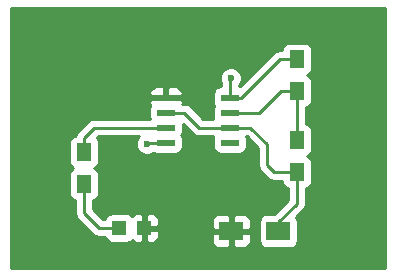
<source format=gtl>
G04 #@! TF.FileFunction,Copper,L1,Top,Signal*
%FSLAX46Y46*%
G04 Gerber Fmt 4.6, Leading zero omitted, Abs format (unit mm)*
G04 Created by KiCad (PCBNEW 4.0.2-stable) date 2016 July 20, Wednesday 22:41:42*
%MOMM*%
G01*
G04 APERTURE LIST*
%ADD10C,0.100000*%
%ADD11R,2.000000X1.600000*%
%ADD12R,1.198880X1.198880*%
%ADD13R,1.300000X1.500000*%
%ADD14R,1.550000X0.600000*%
%ADD15C,0.600000*%
%ADD16C,0.250000*%
%ADD17C,0.254000*%
G04 APERTURE END LIST*
D10*
D11*
X153892000Y-112522000D03*
X149892000Y-112522000D03*
D12*
X140428980Y-112268000D03*
X142527020Y-112268000D03*
D13*
X155448000Y-97964000D03*
X155448000Y-100664000D03*
X155448000Y-104822000D03*
X155448000Y-107522000D03*
X137414000Y-105838000D03*
X137414000Y-108538000D03*
D14*
X144366000Y-101219000D03*
X144366000Y-102489000D03*
X144366000Y-103759000D03*
X144366000Y-105029000D03*
X149766000Y-105029000D03*
X149766000Y-103759000D03*
X149766000Y-102489000D03*
X149766000Y-101219000D03*
D15*
X147066000Y-109220000D03*
X142748000Y-105156000D03*
X149860000Y-99568000D03*
D16*
X142875000Y-105029000D02*
X142748000Y-105156000D01*
X144366000Y-105029000D02*
X142875000Y-105029000D01*
X149766000Y-99662000D02*
X149860000Y-99568000D01*
X149766000Y-101219000D02*
X149766000Y-99662000D01*
X149766000Y-101219000D02*
X150749000Y-101219000D01*
X154004000Y-97964000D02*
X155448000Y-97964000D01*
X150749000Y-101219000D02*
X154004000Y-97964000D01*
X149766000Y-103759000D02*
X151511000Y-103759000D01*
X153496000Y-107522000D02*
X155448000Y-107522000D01*
X152908000Y-106934000D02*
X153496000Y-107522000D01*
X152908000Y-105156000D02*
X152908000Y-106934000D01*
X151511000Y-103759000D02*
X152908000Y-105156000D01*
X155448000Y-107522000D02*
X155448000Y-110236000D01*
X155448000Y-110236000D02*
X153892000Y-111792000D01*
X153892000Y-111792000D02*
X153892000Y-112522000D01*
X147193000Y-103759000D02*
X149766000Y-103759000D01*
X145923000Y-102489000D02*
X147193000Y-103759000D01*
X144366000Y-102489000D02*
X145923000Y-102489000D01*
X137414000Y-108538000D02*
X137414000Y-110998000D01*
X138684000Y-112268000D02*
X140428980Y-112268000D01*
X137414000Y-110998000D02*
X138684000Y-112268000D01*
X155448000Y-100664000D02*
X155448000Y-104822000D01*
X149766000Y-102489000D02*
X152273000Y-102489000D01*
X154098000Y-100664000D02*
X155448000Y-100664000D01*
X152273000Y-102489000D02*
X154098000Y-100664000D01*
X137414000Y-105838000D02*
X137414000Y-104648000D01*
X138303000Y-103759000D02*
X144366000Y-103759000D01*
X137414000Y-104648000D02*
X138303000Y-103759000D01*
D17*
G36*
X162891000Y-115647000D02*
X131241000Y-115647000D01*
X131241000Y-105088000D01*
X136116560Y-105088000D01*
X136116560Y-106588000D01*
X136160838Y-106823317D01*
X136299910Y-107039441D01*
X136512110Y-107184431D01*
X136525197Y-107187081D01*
X136312559Y-107323910D01*
X136167569Y-107536110D01*
X136116560Y-107788000D01*
X136116560Y-109288000D01*
X136160838Y-109523317D01*
X136299910Y-109739441D01*
X136512110Y-109884431D01*
X136654000Y-109913164D01*
X136654000Y-110998000D01*
X136711852Y-111288839D01*
X136876599Y-111535401D01*
X138146599Y-112805401D01*
X138393160Y-112970148D01*
X138684000Y-113028000D01*
X139212311Y-113028000D01*
X139226378Y-113102757D01*
X139365450Y-113318881D01*
X139577650Y-113463871D01*
X139829540Y-113514880D01*
X141028420Y-113514880D01*
X141263737Y-113470602D01*
X141479861Y-113331530D01*
X141485456Y-113323341D01*
X141567882Y-113405767D01*
X141801271Y-113502440D01*
X142241270Y-113502440D01*
X142400020Y-113343690D01*
X142400020Y-112395000D01*
X142654020Y-112395000D01*
X142654020Y-113343690D01*
X142812770Y-113502440D01*
X143252769Y-113502440D01*
X143486158Y-113405767D01*
X143664787Y-113227139D01*
X143761460Y-112993750D01*
X143761460Y-112807750D01*
X148257000Y-112807750D01*
X148257000Y-113448310D01*
X148353673Y-113681699D01*
X148532302Y-113860327D01*
X148765691Y-113957000D01*
X149606250Y-113957000D01*
X149765000Y-113798250D01*
X149765000Y-112649000D01*
X150019000Y-112649000D01*
X150019000Y-113798250D01*
X150177750Y-113957000D01*
X151018309Y-113957000D01*
X151251698Y-113860327D01*
X151430327Y-113681699D01*
X151527000Y-113448310D01*
X151527000Y-112807750D01*
X151368250Y-112649000D01*
X150019000Y-112649000D01*
X149765000Y-112649000D01*
X148415750Y-112649000D01*
X148257000Y-112807750D01*
X143761460Y-112807750D01*
X143761460Y-112553750D01*
X143602710Y-112395000D01*
X142654020Y-112395000D01*
X142400020Y-112395000D01*
X142380020Y-112395000D01*
X142380020Y-112141000D01*
X142400020Y-112141000D01*
X142400020Y-111192310D01*
X142654020Y-111192310D01*
X142654020Y-112141000D01*
X143602710Y-112141000D01*
X143761460Y-111982250D01*
X143761460Y-111595690D01*
X148257000Y-111595690D01*
X148257000Y-112236250D01*
X148415750Y-112395000D01*
X149765000Y-112395000D01*
X149765000Y-111245750D01*
X150019000Y-111245750D01*
X150019000Y-112395000D01*
X151368250Y-112395000D01*
X151527000Y-112236250D01*
X151527000Y-111595690D01*
X151430327Y-111362301D01*
X151251698Y-111183673D01*
X151018309Y-111087000D01*
X150177750Y-111087000D01*
X150019000Y-111245750D01*
X149765000Y-111245750D01*
X149606250Y-111087000D01*
X148765691Y-111087000D01*
X148532302Y-111183673D01*
X148353673Y-111362301D01*
X148257000Y-111595690D01*
X143761460Y-111595690D01*
X143761460Y-111542250D01*
X143664787Y-111308861D01*
X143486158Y-111130233D01*
X143252769Y-111033560D01*
X142812770Y-111033560D01*
X142654020Y-111192310D01*
X142400020Y-111192310D01*
X142241270Y-111033560D01*
X141801271Y-111033560D01*
X141567882Y-111130233D01*
X141485669Y-111212445D01*
X141280310Y-111072129D01*
X141028420Y-111021120D01*
X139829540Y-111021120D01*
X139594223Y-111065398D01*
X139378099Y-111204470D01*
X139233109Y-111416670D01*
X139214614Y-111508000D01*
X138998802Y-111508000D01*
X138174000Y-110683198D01*
X138174000Y-109914742D01*
X138299317Y-109891162D01*
X138515441Y-109752090D01*
X138660431Y-109539890D01*
X138711440Y-109288000D01*
X138711440Y-107788000D01*
X138667162Y-107552683D01*
X138528090Y-107336559D01*
X138315890Y-107191569D01*
X138302803Y-107188919D01*
X138515441Y-107052090D01*
X138660431Y-106839890D01*
X138711440Y-106588000D01*
X138711440Y-105088000D01*
X138667162Y-104852683D01*
X138528090Y-104636559D01*
X138511547Y-104625255D01*
X138617802Y-104519000D01*
X142062667Y-104519000D01*
X141955808Y-104625673D01*
X141813162Y-104969201D01*
X141812838Y-105341167D01*
X141954883Y-105684943D01*
X142217673Y-105948192D01*
X142561201Y-106090838D01*
X142933167Y-106091162D01*
X143276943Y-105949117D01*
X143316290Y-105909839D01*
X143339110Y-105925431D01*
X143591000Y-105976440D01*
X145141000Y-105976440D01*
X145376317Y-105932162D01*
X145592441Y-105793090D01*
X145737431Y-105580890D01*
X145788440Y-105329000D01*
X145788440Y-104729000D01*
X145744162Y-104493683D01*
X145680322Y-104394472D01*
X145737431Y-104310890D01*
X145788440Y-104059000D01*
X145788440Y-103459000D01*
X145781543Y-103422345D01*
X146655599Y-104296401D01*
X146902160Y-104461148D01*
X147193000Y-104519000D01*
X148386086Y-104519000D01*
X148343560Y-104729000D01*
X148343560Y-105329000D01*
X148387838Y-105564317D01*
X148526910Y-105780441D01*
X148739110Y-105925431D01*
X148991000Y-105976440D01*
X150541000Y-105976440D01*
X150776317Y-105932162D01*
X150992441Y-105793090D01*
X151137431Y-105580890D01*
X151188440Y-105329000D01*
X151188440Y-104729000D01*
X151148926Y-104519000D01*
X151196198Y-104519000D01*
X152148000Y-105470802D01*
X152148000Y-106934000D01*
X152205852Y-107224839D01*
X152370599Y-107471401D01*
X152958599Y-108059401D01*
X153205161Y-108224148D01*
X153496000Y-108282000D01*
X154152442Y-108282000D01*
X154194838Y-108507317D01*
X154333910Y-108723441D01*
X154546110Y-108868431D01*
X154688000Y-108897164D01*
X154688000Y-109921198D01*
X153534638Y-111074560D01*
X152892000Y-111074560D01*
X152656683Y-111118838D01*
X152440559Y-111257910D01*
X152295569Y-111470110D01*
X152244560Y-111722000D01*
X152244560Y-113322000D01*
X152288838Y-113557317D01*
X152427910Y-113773441D01*
X152640110Y-113918431D01*
X152892000Y-113969440D01*
X154892000Y-113969440D01*
X155127317Y-113925162D01*
X155343441Y-113786090D01*
X155488431Y-113573890D01*
X155539440Y-113322000D01*
X155539440Y-111722000D01*
X155495162Y-111486683D01*
X155407833Y-111350969D01*
X155985401Y-110773401D01*
X156150148Y-110526840D01*
X156208000Y-110236000D01*
X156208000Y-108898742D01*
X156333317Y-108875162D01*
X156549441Y-108736090D01*
X156694431Y-108523890D01*
X156745440Y-108272000D01*
X156745440Y-106772000D01*
X156701162Y-106536683D01*
X156562090Y-106320559D01*
X156349890Y-106175569D01*
X156336803Y-106172919D01*
X156549441Y-106036090D01*
X156694431Y-105823890D01*
X156745440Y-105572000D01*
X156745440Y-104072000D01*
X156701162Y-103836683D01*
X156562090Y-103620559D01*
X156349890Y-103475569D01*
X156208000Y-103446836D01*
X156208000Y-102040742D01*
X156333317Y-102017162D01*
X156549441Y-101878090D01*
X156694431Y-101665890D01*
X156745440Y-101414000D01*
X156745440Y-99914000D01*
X156701162Y-99678683D01*
X156562090Y-99462559D01*
X156349890Y-99317569D01*
X156336803Y-99314919D01*
X156549441Y-99178090D01*
X156694431Y-98965890D01*
X156745440Y-98714000D01*
X156745440Y-97214000D01*
X156701162Y-96978683D01*
X156562090Y-96762559D01*
X156349890Y-96617569D01*
X156098000Y-96566560D01*
X154798000Y-96566560D01*
X154562683Y-96610838D01*
X154346559Y-96749910D01*
X154201569Y-96962110D01*
X154152585Y-97204000D01*
X154004000Y-97204000D01*
X153713161Y-97261852D01*
X153466599Y-97426599D01*
X150608058Y-100285140D01*
X150541000Y-100271560D01*
X150526000Y-100271560D01*
X150526000Y-100224299D01*
X150652192Y-100098327D01*
X150794838Y-99754799D01*
X150795162Y-99382833D01*
X150653117Y-99039057D01*
X150390327Y-98775808D01*
X150046799Y-98633162D01*
X149674833Y-98632838D01*
X149331057Y-98774883D01*
X149067808Y-99037673D01*
X148925162Y-99381201D01*
X148924838Y-99753167D01*
X149006000Y-99949595D01*
X149006000Y-100271560D01*
X148991000Y-100271560D01*
X148755683Y-100315838D01*
X148539559Y-100454910D01*
X148394569Y-100667110D01*
X148343560Y-100919000D01*
X148343560Y-101519000D01*
X148387838Y-101754317D01*
X148451678Y-101853528D01*
X148394569Y-101937110D01*
X148343560Y-102189000D01*
X148343560Y-102789000D01*
X148383074Y-102999000D01*
X147507802Y-102999000D01*
X146460401Y-101951599D01*
X146213839Y-101786852D01*
X145923000Y-101729000D01*
X145741334Y-101729000D01*
X145776000Y-101645310D01*
X145776000Y-101504750D01*
X145617250Y-101346000D01*
X144493000Y-101346000D01*
X144493000Y-101366000D01*
X144239000Y-101366000D01*
X144239000Y-101346000D01*
X143114750Y-101346000D01*
X142956000Y-101504750D01*
X142956000Y-101645310D01*
X143045806Y-101862122D01*
X142994569Y-101937110D01*
X142943560Y-102189000D01*
X142943560Y-102789000D01*
X142983074Y-102999000D01*
X138303000Y-102999000D01*
X138012161Y-103056852D01*
X137765599Y-103221599D01*
X136876599Y-104110599D01*
X136711852Y-104357161D01*
X136692590Y-104453997D01*
X136528683Y-104484838D01*
X136312559Y-104623910D01*
X136167569Y-104836110D01*
X136116560Y-105088000D01*
X131241000Y-105088000D01*
X131241000Y-100792690D01*
X142956000Y-100792690D01*
X142956000Y-100933250D01*
X143114750Y-101092000D01*
X144239000Y-101092000D01*
X144239000Y-100442750D01*
X144493000Y-100442750D01*
X144493000Y-101092000D01*
X145617250Y-101092000D01*
X145776000Y-100933250D01*
X145776000Y-100792690D01*
X145679327Y-100559301D01*
X145500698Y-100380673D01*
X145267309Y-100284000D01*
X144651750Y-100284000D01*
X144493000Y-100442750D01*
X144239000Y-100442750D01*
X144080250Y-100284000D01*
X143464691Y-100284000D01*
X143231302Y-100380673D01*
X143052673Y-100559301D01*
X142956000Y-100792690D01*
X131241000Y-100792690D01*
X131241000Y-93649000D01*
X162891000Y-93649000D01*
X162891000Y-115647000D01*
X162891000Y-115647000D01*
G37*
X162891000Y-115647000D02*
X131241000Y-115647000D01*
X131241000Y-105088000D01*
X136116560Y-105088000D01*
X136116560Y-106588000D01*
X136160838Y-106823317D01*
X136299910Y-107039441D01*
X136512110Y-107184431D01*
X136525197Y-107187081D01*
X136312559Y-107323910D01*
X136167569Y-107536110D01*
X136116560Y-107788000D01*
X136116560Y-109288000D01*
X136160838Y-109523317D01*
X136299910Y-109739441D01*
X136512110Y-109884431D01*
X136654000Y-109913164D01*
X136654000Y-110998000D01*
X136711852Y-111288839D01*
X136876599Y-111535401D01*
X138146599Y-112805401D01*
X138393160Y-112970148D01*
X138684000Y-113028000D01*
X139212311Y-113028000D01*
X139226378Y-113102757D01*
X139365450Y-113318881D01*
X139577650Y-113463871D01*
X139829540Y-113514880D01*
X141028420Y-113514880D01*
X141263737Y-113470602D01*
X141479861Y-113331530D01*
X141485456Y-113323341D01*
X141567882Y-113405767D01*
X141801271Y-113502440D01*
X142241270Y-113502440D01*
X142400020Y-113343690D01*
X142400020Y-112395000D01*
X142654020Y-112395000D01*
X142654020Y-113343690D01*
X142812770Y-113502440D01*
X143252769Y-113502440D01*
X143486158Y-113405767D01*
X143664787Y-113227139D01*
X143761460Y-112993750D01*
X143761460Y-112807750D01*
X148257000Y-112807750D01*
X148257000Y-113448310D01*
X148353673Y-113681699D01*
X148532302Y-113860327D01*
X148765691Y-113957000D01*
X149606250Y-113957000D01*
X149765000Y-113798250D01*
X149765000Y-112649000D01*
X150019000Y-112649000D01*
X150019000Y-113798250D01*
X150177750Y-113957000D01*
X151018309Y-113957000D01*
X151251698Y-113860327D01*
X151430327Y-113681699D01*
X151527000Y-113448310D01*
X151527000Y-112807750D01*
X151368250Y-112649000D01*
X150019000Y-112649000D01*
X149765000Y-112649000D01*
X148415750Y-112649000D01*
X148257000Y-112807750D01*
X143761460Y-112807750D01*
X143761460Y-112553750D01*
X143602710Y-112395000D01*
X142654020Y-112395000D01*
X142400020Y-112395000D01*
X142380020Y-112395000D01*
X142380020Y-112141000D01*
X142400020Y-112141000D01*
X142400020Y-111192310D01*
X142654020Y-111192310D01*
X142654020Y-112141000D01*
X143602710Y-112141000D01*
X143761460Y-111982250D01*
X143761460Y-111595690D01*
X148257000Y-111595690D01*
X148257000Y-112236250D01*
X148415750Y-112395000D01*
X149765000Y-112395000D01*
X149765000Y-111245750D01*
X150019000Y-111245750D01*
X150019000Y-112395000D01*
X151368250Y-112395000D01*
X151527000Y-112236250D01*
X151527000Y-111595690D01*
X151430327Y-111362301D01*
X151251698Y-111183673D01*
X151018309Y-111087000D01*
X150177750Y-111087000D01*
X150019000Y-111245750D01*
X149765000Y-111245750D01*
X149606250Y-111087000D01*
X148765691Y-111087000D01*
X148532302Y-111183673D01*
X148353673Y-111362301D01*
X148257000Y-111595690D01*
X143761460Y-111595690D01*
X143761460Y-111542250D01*
X143664787Y-111308861D01*
X143486158Y-111130233D01*
X143252769Y-111033560D01*
X142812770Y-111033560D01*
X142654020Y-111192310D01*
X142400020Y-111192310D01*
X142241270Y-111033560D01*
X141801271Y-111033560D01*
X141567882Y-111130233D01*
X141485669Y-111212445D01*
X141280310Y-111072129D01*
X141028420Y-111021120D01*
X139829540Y-111021120D01*
X139594223Y-111065398D01*
X139378099Y-111204470D01*
X139233109Y-111416670D01*
X139214614Y-111508000D01*
X138998802Y-111508000D01*
X138174000Y-110683198D01*
X138174000Y-109914742D01*
X138299317Y-109891162D01*
X138515441Y-109752090D01*
X138660431Y-109539890D01*
X138711440Y-109288000D01*
X138711440Y-107788000D01*
X138667162Y-107552683D01*
X138528090Y-107336559D01*
X138315890Y-107191569D01*
X138302803Y-107188919D01*
X138515441Y-107052090D01*
X138660431Y-106839890D01*
X138711440Y-106588000D01*
X138711440Y-105088000D01*
X138667162Y-104852683D01*
X138528090Y-104636559D01*
X138511547Y-104625255D01*
X138617802Y-104519000D01*
X142062667Y-104519000D01*
X141955808Y-104625673D01*
X141813162Y-104969201D01*
X141812838Y-105341167D01*
X141954883Y-105684943D01*
X142217673Y-105948192D01*
X142561201Y-106090838D01*
X142933167Y-106091162D01*
X143276943Y-105949117D01*
X143316290Y-105909839D01*
X143339110Y-105925431D01*
X143591000Y-105976440D01*
X145141000Y-105976440D01*
X145376317Y-105932162D01*
X145592441Y-105793090D01*
X145737431Y-105580890D01*
X145788440Y-105329000D01*
X145788440Y-104729000D01*
X145744162Y-104493683D01*
X145680322Y-104394472D01*
X145737431Y-104310890D01*
X145788440Y-104059000D01*
X145788440Y-103459000D01*
X145781543Y-103422345D01*
X146655599Y-104296401D01*
X146902160Y-104461148D01*
X147193000Y-104519000D01*
X148386086Y-104519000D01*
X148343560Y-104729000D01*
X148343560Y-105329000D01*
X148387838Y-105564317D01*
X148526910Y-105780441D01*
X148739110Y-105925431D01*
X148991000Y-105976440D01*
X150541000Y-105976440D01*
X150776317Y-105932162D01*
X150992441Y-105793090D01*
X151137431Y-105580890D01*
X151188440Y-105329000D01*
X151188440Y-104729000D01*
X151148926Y-104519000D01*
X151196198Y-104519000D01*
X152148000Y-105470802D01*
X152148000Y-106934000D01*
X152205852Y-107224839D01*
X152370599Y-107471401D01*
X152958599Y-108059401D01*
X153205161Y-108224148D01*
X153496000Y-108282000D01*
X154152442Y-108282000D01*
X154194838Y-108507317D01*
X154333910Y-108723441D01*
X154546110Y-108868431D01*
X154688000Y-108897164D01*
X154688000Y-109921198D01*
X153534638Y-111074560D01*
X152892000Y-111074560D01*
X152656683Y-111118838D01*
X152440559Y-111257910D01*
X152295569Y-111470110D01*
X152244560Y-111722000D01*
X152244560Y-113322000D01*
X152288838Y-113557317D01*
X152427910Y-113773441D01*
X152640110Y-113918431D01*
X152892000Y-113969440D01*
X154892000Y-113969440D01*
X155127317Y-113925162D01*
X155343441Y-113786090D01*
X155488431Y-113573890D01*
X155539440Y-113322000D01*
X155539440Y-111722000D01*
X155495162Y-111486683D01*
X155407833Y-111350969D01*
X155985401Y-110773401D01*
X156150148Y-110526840D01*
X156208000Y-110236000D01*
X156208000Y-108898742D01*
X156333317Y-108875162D01*
X156549441Y-108736090D01*
X156694431Y-108523890D01*
X156745440Y-108272000D01*
X156745440Y-106772000D01*
X156701162Y-106536683D01*
X156562090Y-106320559D01*
X156349890Y-106175569D01*
X156336803Y-106172919D01*
X156549441Y-106036090D01*
X156694431Y-105823890D01*
X156745440Y-105572000D01*
X156745440Y-104072000D01*
X156701162Y-103836683D01*
X156562090Y-103620559D01*
X156349890Y-103475569D01*
X156208000Y-103446836D01*
X156208000Y-102040742D01*
X156333317Y-102017162D01*
X156549441Y-101878090D01*
X156694431Y-101665890D01*
X156745440Y-101414000D01*
X156745440Y-99914000D01*
X156701162Y-99678683D01*
X156562090Y-99462559D01*
X156349890Y-99317569D01*
X156336803Y-99314919D01*
X156549441Y-99178090D01*
X156694431Y-98965890D01*
X156745440Y-98714000D01*
X156745440Y-97214000D01*
X156701162Y-96978683D01*
X156562090Y-96762559D01*
X156349890Y-96617569D01*
X156098000Y-96566560D01*
X154798000Y-96566560D01*
X154562683Y-96610838D01*
X154346559Y-96749910D01*
X154201569Y-96962110D01*
X154152585Y-97204000D01*
X154004000Y-97204000D01*
X153713161Y-97261852D01*
X153466599Y-97426599D01*
X150608058Y-100285140D01*
X150541000Y-100271560D01*
X150526000Y-100271560D01*
X150526000Y-100224299D01*
X150652192Y-100098327D01*
X150794838Y-99754799D01*
X150795162Y-99382833D01*
X150653117Y-99039057D01*
X150390327Y-98775808D01*
X150046799Y-98633162D01*
X149674833Y-98632838D01*
X149331057Y-98774883D01*
X149067808Y-99037673D01*
X148925162Y-99381201D01*
X148924838Y-99753167D01*
X149006000Y-99949595D01*
X149006000Y-100271560D01*
X148991000Y-100271560D01*
X148755683Y-100315838D01*
X148539559Y-100454910D01*
X148394569Y-100667110D01*
X148343560Y-100919000D01*
X148343560Y-101519000D01*
X148387838Y-101754317D01*
X148451678Y-101853528D01*
X148394569Y-101937110D01*
X148343560Y-102189000D01*
X148343560Y-102789000D01*
X148383074Y-102999000D01*
X147507802Y-102999000D01*
X146460401Y-101951599D01*
X146213839Y-101786852D01*
X145923000Y-101729000D01*
X145741334Y-101729000D01*
X145776000Y-101645310D01*
X145776000Y-101504750D01*
X145617250Y-101346000D01*
X144493000Y-101346000D01*
X144493000Y-101366000D01*
X144239000Y-101366000D01*
X144239000Y-101346000D01*
X143114750Y-101346000D01*
X142956000Y-101504750D01*
X142956000Y-101645310D01*
X143045806Y-101862122D01*
X142994569Y-101937110D01*
X142943560Y-102189000D01*
X142943560Y-102789000D01*
X142983074Y-102999000D01*
X138303000Y-102999000D01*
X138012161Y-103056852D01*
X137765599Y-103221599D01*
X136876599Y-104110599D01*
X136711852Y-104357161D01*
X136692590Y-104453997D01*
X136528683Y-104484838D01*
X136312559Y-104623910D01*
X136167569Y-104836110D01*
X136116560Y-105088000D01*
X131241000Y-105088000D01*
X131241000Y-100792690D01*
X142956000Y-100792690D01*
X142956000Y-100933250D01*
X143114750Y-101092000D01*
X144239000Y-101092000D01*
X144239000Y-100442750D01*
X144493000Y-100442750D01*
X144493000Y-101092000D01*
X145617250Y-101092000D01*
X145776000Y-100933250D01*
X145776000Y-100792690D01*
X145679327Y-100559301D01*
X145500698Y-100380673D01*
X145267309Y-100284000D01*
X144651750Y-100284000D01*
X144493000Y-100442750D01*
X144239000Y-100442750D01*
X144080250Y-100284000D01*
X143464691Y-100284000D01*
X143231302Y-100380673D01*
X143052673Y-100559301D01*
X142956000Y-100792690D01*
X131241000Y-100792690D01*
X131241000Y-93649000D01*
X162891000Y-93649000D01*
X162891000Y-115647000D01*
M02*

</source>
